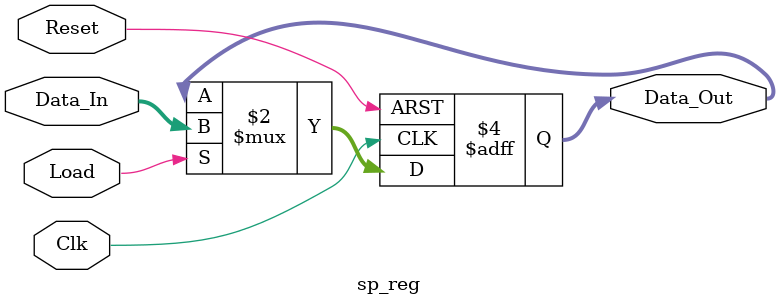
<source format=sv>
module sp_reg (input  logic Clk, Reset, Load,
              input  logic [7:0]  Data_In,	
              output logic [7:0]  Data_Out);	

    always_ff @ (posedge Clk or posedge Reset)	
    begin
	 	 if (Reset)
			  Data_Out <= 8'hFF;	
		 else if (Load)
			  Data_Out <= Data_In;		
    end

endmodule

</source>
